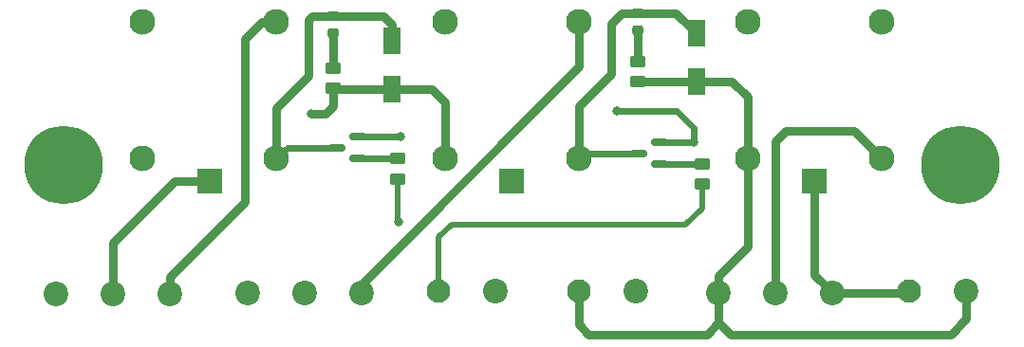
<source format=gbr>
%TF.GenerationSoftware,KiCad,Pcbnew,7.0.2*%
%TF.CreationDate,2023-08-09T10:06:03-03:00*%
%TF.ProjectId,PCB_Incendio,5043425f-496e-4636-956e-64696f2e6b69,rev?*%
%TF.SameCoordinates,Original*%
%TF.FileFunction,Copper,L1,Top*%
%TF.FilePolarity,Positive*%
%FSLAX46Y46*%
G04 Gerber Fmt 4.6, Leading zero omitted, Abs format (unit mm)*
G04 Created by KiCad (PCBNEW 7.0.2) date 2023-08-09 10:06:03*
%MOMM*%
%LPD*%
G01*
G04 APERTURE LIST*
G04 Aperture macros list*
%AMRoundRect*
0 Rectangle with rounded corners*
0 $1 Rounding radius*
0 $2 $3 $4 $5 $6 $7 $8 $9 X,Y pos of 4 corners*
0 Add a 4 corners polygon primitive as box body*
4,1,4,$2,$3,$4,$5,$6,$7,$8,$9,$2,$3,0*
0 Add four circle primitives for the rounded corners*
1,1,$1+$1,$2,$3*
1,1,$1+$1,$4,$5*
1,1,$1+$1,$6,$7*
1,1,$1+$1,$8,$9*
0 Add four rect primitives between the rounded corners*
20,1,$1+$1,$2,$3,$4,$5,0*
20,1,$1+$1,$4,$5,$6,$7,0*
20,1,$1+$1,$6,$7,$8,$9,0*
20,1,$1+$1,$8,$9,$2,$3,0*%
G04 Aperture macros list end*
%TA.AperFunction,ComponentPad*%
%ADD10C,2.200000*%
%TD*%
%TA.AperFunction,SMDPad,CuDef*%
%ADD11RoundRect,0.150000X0.587500X0.150000X-0.587500X0.150000X-0.587500X-0.150000X0.587500X-0.150000X0*%
%TD*%
%TA.AperFunction,SMDPad,CuDef*%
%ADD12R,1.550000X2.350000*%
%TD*%
%TA.AperFunction,ComponentPad*%
%ADD13C,0.800000*%
%TD*%
%TA.AperFunction,ComponentPad*%
%ADD14C,7.000000*%
%TD*%
%TA.AperFunction,ComponentPad*%
%ADD15C,2.100000*%
%TD*%
%TA.AperFunction,SMDPad,CuDef*%
%ADD16RoundRect,0.250000X0.450000X-0.262500X0.450000X0.262500X-0.450000X0.262500X-0.450000X-0.262500X0*%
%TD*%
%TA.AperFunction,SMDPad,CuDef*%
%ADD17RoundRect,0.218750X-0.256250X0.218750X-0.256250X-0.218750X0.256250X-0.218750X0.256250X0.218750X0*%
%TD*%
%TA.AperFunction,ComponentPad*%
%ADD18C,2.300000*%
%TD*%
%TA.AperFunction,ComponentPad*%
%ADD19R,2.300000X2.300000*%
%TD*%
%TA.AperFunction,ViaPad*%
%ADD20C,0.800000*%
%TD*%
%TA.AperFunction,Conductor*%
%ADD21C,0.508000*%
%TD*%
%TA.AperFunction,Conductor*%
%ADD22C,0.762000*%
%TD*%
%TA.AperFunction,Conductor*%
%ADD23C,0.609600*%
%TD*%
%TA.AperFunction,Conductor*%
%ADD24C,0.250000*%
%TD*%
G04 APERTURE END LIST*
D10*
%TO.P,J5,1,1*%
%TO.N,GND*%
X218860000Y-86420000D03*
%TO.P,J5,2,2*%
%TO.N,Net-(J5-Pad2)*%
X213780000Y-86420000D03*
%TO.P,J5,3,3*%
%TO.N,12V*%
X208700000Y-86420000D03*
%TD*%
D11*
%TO.P,Q1,1,B*%
%TO.N,Net-(Q1-B)*%
X203465000Y-74910000D03*
%TO.P,Q1,2,E*%
%TO.N,Net-(Q1-E)*%
X203465000Y-73010000D03*
%TO.P,Q1,3,C*%
%TO.N,Net-(D1-A)*%
X201590000Y-73960000D03*
%TD*%
%TO.P,Q2,1,B*%
%TO.N,Net-(Q2-B)*%
X176537500Y-74400000D03*
%TO.P,Q2,2,E*%
%TO.N,Net-(Q1-E)*%
X176537500Y-72500000D03*
%TO.P,Q2,3,C*%
%TO.N,Net-(D2-A)*%
X174662500Y-73450000D03*
%TD*%
D12*
%TO.P,D2,1,K*%
%TO.N,12V*%
X179560000Y-68240000D03*
%TO.P,D2,2,A*%
%TO.N,Net-(D2-A)*%
X179560000Y-63940000D03*
%TD*%
D13*
%TO.P,REF\u002A\u002A,1*%
%TO.N,N/C*%
X152905000Y-75000000D03*
X152136155Y-76856155D03*
X152136155Y-73143845D03*
X150280000Y-77625000D03*
D14*
X150280000Y-75000000D03*
D13*
X150280000Y-72375000D03*
X148423845Y-76856155D03*
X148423845Y-73143845D03*
X147655000Y-75000000D03*
%TD*%
D10*
%TO.P,J3,1,1*%
%TO.N,Net-(J3-Pad1)*%
X176860000Y-86420000D03*
%TO.P,J3,2,2*%
%TO.N,Net-(J3-Pad2)*%
X171780000Y-86420000D03*
%TO.P,J3,3,3*%
%TO.N,Net-(J3-Pad3)*%
X166700000Y-86420000D03*
%TD*%
D13*
%TO.P,REF\u002A\u002A,1*%
%TO.N,N/C*%
X232905000Y-75000000D03*
X232136155Y-76856155D03*
X232136155Y-73143845D03*
X230280000Y-77625000D03*
D14*
X230280000Y-75000000D03*
D13*
X230280000Y-72375000D03*
X228423845Y-76856155D03*
X228423845Y-73143845D03*
X227655000Y-75000000D03*
%TD*%
D10*
%TO.P,J1,1,1*%
%TO.N,12V*%
X230820000Y-86293000D03*
D15*
%TO.P,J1,2,2*%
%TO.N,GND*%
X225740000Y-86293000D03*
%TD*%
%TO.P,J6,2,2*%
%TO.N,PL1*%
X183740000Y-86293000D03*
D10*
%TO.P,J6,1,1*%
%TO.N,PL2*%
X188820000Y-86293000D03*
%TD*%
D16*
%TO.P,R4,1*%
%TO.N,PL2*%
X180070000Y-76265000D03*
%TO.P,R4,2*%
%TO.N,Net-(Q2-B)*%
X180070000Y-74440000D03*
%TD*%
D12*
%TO.P,D1,1,K*%
%TO.N,12V*%
X206740000Y-67560000D03*
%TO.P,D1,2,A*%
%TO.N,Net-(D1-A)*%
X206740000Y-63260000D03*
%TD*%
D16*
%TO.P,R3,1*%
%TO.N,12V*%
X174340000Y-68172500D03*
%TO.P,R3,2*%
%TO.N,Net-(LED2-A)*%
X174340000Y-66347500D03*
%TD*%
%TO.P,R1,1*%
%TO.N,PL1*%
X207230000Y-76722500D03*
%TO.P,R1,2*%
%TO.N,Net-(Q1-B)*%
X207230000Y-74897500D03*
%TD*%
D17*
%TO.P,LED1,1,K*%
%TO.N,Net-(D1-A)*%
X201530000Y-61442500D03*
%TO.P,LED1,2,A*%
%TO.N,Net-(LED1-A)*%
X201530000Y-63017500D03*
%TD*%
D10*
%TO.P,J2,1,1*%
%TO.N,Net-(J2-Pad1)*%
X201320000Y-86293000D03*
D15*
%TO.P,J2,2,2*%
%TO.N,12V*%
X196240000Y-86293000D03*
%TD*%
D16*
%TO.P,R2,1*%
%TO.N,12V*%
X201530000Y-67582500D03*
%TO.P,R2,2*%
%TO.N,Net-(LED1-A)*%
X201530000Y-65757500D03*
%TD*%
D10*
%TO.P,J4,1,1*%
%TO.N,Net-(J4-Pad1)*%
X159760000Y-86520000D03*
%TO.P,J4,2,2*%
%TO.N,Net-(J4-Pad2)*%
X154680000Y-86520000D03*
%TO.P,J4,3,3*%
%TO.N,Net-(J4-Pad3)*%
X149600000Y-86520000D03*
%TD*%
D18*
%TO.P,K2,1*%
%TO.N,Net-(D1-A)*%
X196280000Y-74420000D03*
D19*
%TO.P,K2,2*%
%TO.N,Net-(J3-Pad2)*%
X190280000Y-76420000D03*
D18*
%TO.P,K2,3*%
%TO.N,Net-(J3-Pad3)*%
X184280000Y-62220000D03*
%TO.P,K2,4*%
%TO.N,Net-(J3-Pad1)*%
X196280000Y-62220000D03*
%TO.P,K2,5*%
%TO.N,12V*%
X184280000Y-74420000D03*
%TD*%
%TO.P,K3,1*%
%TO.N,Net-(D2-A)*%
X169280000Y-74420000D03*
D19*
%TO.P,K3,2*%
%TO.N,Net-(J4-Pad2)*%
X163280000Y-76420000D03*
D18*
%TO.P,K3,3*%
%TO.N,Net-(J4-Pad3)*%
X157280000Y-62220000D03*
%TO.P,K3,4*%
%TO.N,Net-(J4-Pad1)*%
X169280000Y-62220000D03*
%TO.P,K3,5*%
%TO.N,12V*%
X157280000Y-74420000D03*
%TD*%
%TO.P,K1,1*%
%TO.N,Net-(J5-Pad2)*%
X223280000Y-74420000D03*
D19*
%TO.P,K1,2*%
%TO.N,GND*%
X217280000Y-76420000D03*
D18*
%TO.P,K1,3*%
%TO.N,Net-(J2-Pad1)*%
X211280000Y-62220000D03*
%TO.P,K1,4*%
%TO.N,Net-(Q1-E)*%
X223280000Y-62220000D03*
%TO.P,K1,5*%
%TO.N,12V*%
X211280000Y-74420000D03*
%TD*%
D17*
%TO.P,LED2,1,K*%
%TO.N,Net-(D2-A)*%
X174330000Y-61692500D03*
%TO.P,LED2,2,A*%
%TO.N,Net-(LED2-A)*%
X174330000Y-63267500D03*
%TD*%
D20*
%TO.N,12V*%
X172380000Y-70410000D03*
%TO.N,Net-(Q1-E)*%
X206510000Y-73010000D03*
X199680000Y-70160000D03*
X180370000Y-72500000D03*
%TO.N,PL2*%
X180130000Y-80070000D03*
%TD*%
D21*
%TO.N,PL2*%
X180060000Y-76275000D02*
X180070000Y-76265000D01*
X180060000Y-80000000D02*
X180060000Y-76275000D01*
X180130000Y-80070000D02*
X180060000Y-80000000D01*
D22*
%TO.N,12V*%
X208700000Y-84900000D02*
X211280000Y-82320000D01*
X211280000Y-82320000D02*
X211280000Y-74420000D01*
X208700000Y-86420000D02*
X208700000Y-84900000D01*
%TO.N,GND*%
X217280000Y-84840000D02*
X217280000Y-76420000D01*
X218987000Y-86293000D02*
X218733000Y-86293000D01*
X218733000Y-86293000D02*
X217280000Y-84840000D01*
X225613000Y-86420000D02*
X219114000Y-86420000D01*
X219114000Y-86420000D02*
X218987000Y-86293000D01*
X225740000Y-86293000D02*
X225613000Y-86420000D01*
%TO.N,Net-(J3-Pad1)*%
X176860000Y-85630000D02*
X176860000Y-86420000D01*
X196280000Y-66210000D02*
X176860000Y-85630000D01*
X196280000Y-62220000D02*
X196280000Y-66210000D01*
D23*
%TO.N,Net-(D1-A)*%
X196740000Y-73960000D02*
X196280000Y-74420000D01*
X201590000Y-73960000D02*
X196740000Y-73960000D01*
%TO.N,Net-(Q1-E)*%
X206510000Y-71660000D02*
X205010000Y-70160000D01*
X206510000Y-73010000D02*
X206510000Y-71660000D01*
X205010000Y-70160000D02*
X199680000Y-70160000D01*
X203465000Y-73010000D02*
X206510000Y-73010000D01*
D24*
%TO.N,Net-(Q1-B)*%
X203477500Y-74897500D02*
X203465000Y-74910000D01*
D23*
X207230000Y-74897500D02*
X203477500Y-74897500D01*
D21*
%TO.N,PL1*%
X183740000Y-81470000D02*
X183740000Y-86293000D01*
X205770000Y-80320000D02*
X184890000Y-80320000D01*
X207230000Y-78860000D02*
X205770000Y-80320000D01*
X184890000Y-80320000D02*
X183740000Y-81470000D01*
X207230000Y-76722500D02*
X207230000Y-78860000D01*
D23*
%TO.N,Net-(D2-A)*%
X170250000Y-73450000D02*
X169280000Y-74420000D01*
X174662500Y-73450000D02*
X170250000Y-73450000D01*
D24*
%TO.N,Net-(Q2-B)*%
X180030000Y-74400000D02*
X180070000Y-74440000D01*
D23*
X176537500Y-74400000D02*
X180030000Y-74400000D01*
%TO.N,Net-(Q1-E)*%
X180370000Y-72500000D02*
X176587500Y-72500000D01*
D22*
%TO.N,12V*%
X197110000Y-90120000D02*
X196240000Y-89250000D01*
X230820000Y-86293000D02*
X230820000Y-88720000D01*
X174407500Y-68240000D02*
X174340000Y-68172500D01*
X201552500Y-67560000D02*
X201530000Y-67582500D01*
X229400000Y-90140000D02*
X209820000Y-90140000D01*
X209820000Y-90140000D02*
X208700000Y-89020000D01*
X230820000Y-88720000D02*
X229400000Y-90140000D01*
X174340000Y-69730000D02*
X174340000Y-68172500D01*
X184280000Y-69420000D02*
X184280000Y-74420000D01*
X208700000Y-89070000D02*
X207650000Y-90120000D01*
X179560000Y-68240000D02*
X174407500Y-68240000D01*
X211280000Y-68920000D02*
X209920000Y-67560000D01*
X211280000Y-74420000D02*
X211280000Y-68920000D01*
X208700000Y-86420000D02*
X208700000Y-89070000D01*
X207650000Y-90120000D02*
X197110000Y-90120000D01*
X173660000Y-70410000D02*
X174340000Y-69730000D01*
X208700000Y-89020000D02*
X208700000Y-86420000D01*
X196240000Y-89250000D02*
X196240000Y-86293000D01*
X209920000Y-67560000D02*
X206740000Y-67560000D01*
X172380000Y-70410000D02*
X173660000Y-70410000D01*
X183100000Y-68240000D02*
X184280000Y-69420000D01*
X179560000Y-68240000D02*
X183100000Y-68240000D01*
X206740000Y-67560000D02*
X201552500Y-67560000D01*
%TO.N,Net-(D1-A)*%
X199130000Y-62360000D02*
X199130000Y-66900000D01*
X196280000Y-69750000D02*
X196280000Y-74420000D01*
X200047500Y-61442500D02*
X199130000Y-62360000D01*
X201530000Y-61442500D02*
X204922500Y-61442500D01*
X199130000Y-66900000D02*
X196280000Y-69750000D01*
X204922500Y-61442500D02*
X206740000Y-63260000D01*
X201530000Y-61442500D02*
X200047500Y-61442500D01*
%TO.N,Net-(D2-A)*%
X178802500Y-61692500D02*
X179560000Y-62450000D01*
X172497500Y-61692500D02*
X172150000Y-62040000D01*
X172150000Y-62040000D02*
X172150000Y-67070000D01*
X169280000Y-69940000D02*
X169280000Y-74420000D01*
X174330000Y-61692500D02*
X172497500Y-61692500D01*
X174330000Y-61692500D02*
X178802500Y-61692500D01*
X179560000Y-62450000D02*
X179560000Y-63940000D01*
X172150000Y-67070000D02*
X169280000Y-69940000D01*
D24*
%TO.N,GND*%
X218987000Y-86293000D02*
X218860000Y-86420000D01*
D22*
%TO.N,Net-(J4-Pad1)*%
X166470000Y-63710000D02*
X166470000Y-78320000D01*
X166470000Y-78320000D02*
X159760000Y-85030000D01*
X167960000Y-62220000D02*
X166470000Y-63710000D01*
X159760000Y-85030000D02*
X159760000Y-86520000D01*
X169280000Y-62220000D02*
X167960000Y-62220000D01*
%TO.N,Net-(J4-Pad2)*%
X160200000Y-76420000D02*
X154680000Y-81940000D01*
X154680000Y-81940000D02*
X154680000Y-86520000D01*
X163280000Y-76420000D02*
X160200000Y-76420000D01*
%TO.N,Net-(J5-Pad2)*%
X214690000Y-71970000D02*
X213780000Y-72880000D01*
X223280000Y-74420000D02*
X220830000Y-71970000D01*
X213780000Y-72880000D02*
X213780000Y-86420000D01*
X220830000Y-71970000D02*
X214690000Y-71970000D01*
%TO.N,Net-(LED1-A)*%
X201530000Y-63017500D02*
X201530000Y-65757500D01*
D24*
%TO.N,Net-(LED2-A)*%
X174340000Y-63277500D02*
X174330000Y-63267500D01*
D22*
X174340000Y-66347500D02*
X174340000Y-63277500D01*
%TD*%
M02*

</source>
